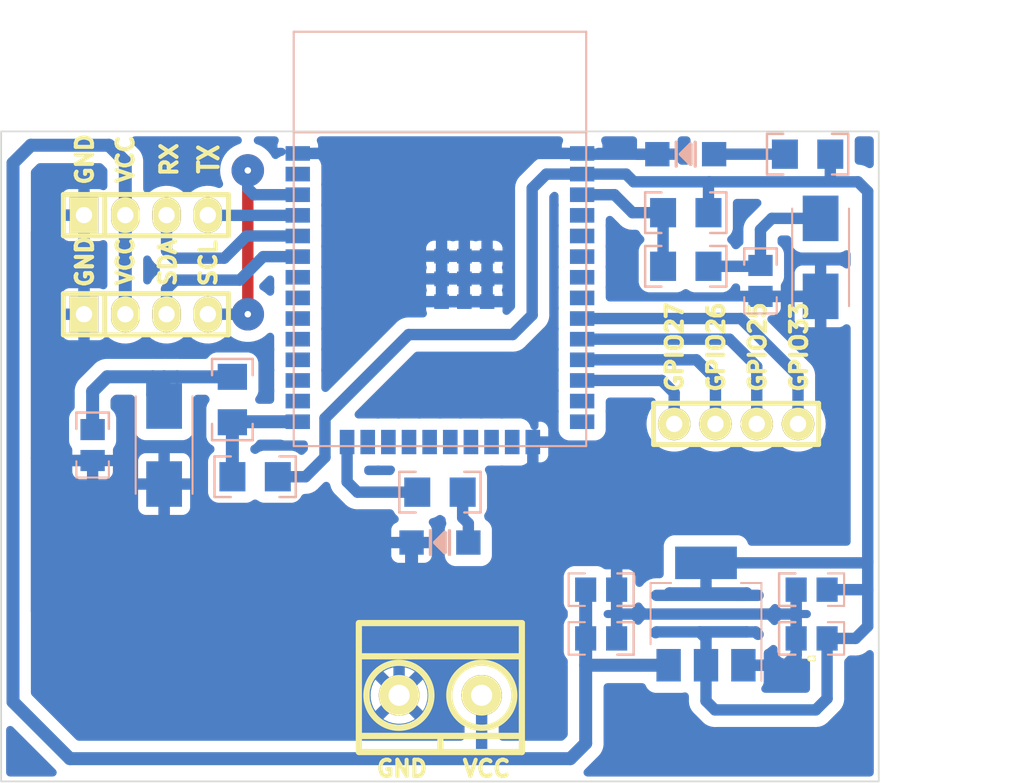
<source format=kicad_pcb>
(kicad_pcb (version 20221018) (generator pcbnew)
  (layers (0 "F.Cu" signal) (31 "B.Cu" signal) (34 "B.Paste" user) (35 "F.Paste" user) (36 "B.SilkS" user "B.Silkscreen") (37 "F.SilkS" user "F.Silkscreen") (38 "B.Mask" user) (39 "F.Mask" user) (44 "Edge.Cuts" user))
  (net 0 "")
  (net 1 "GND")
  (net 2 "Net-(BOOT1-Pad2)")
  (net 3 "+5V")
  (net 4 "+3V3")
  (net 5 "Net-(C6-Pad2)")
  (net 6 "/RXD0")
  (net 7 "/TXD0")
  (net 8 "/SCL")
  (net 9 "/SDA")
  (net 11 "/MOSI")
  (net 14 "/IO13")
  (net 15 "/IO12")
  (net 16 "/IO27")
  (net 17 "/IO26")
  (net 18 "/IO25")
  (net 19 "/IO33")
  (net 20 "Net-(LED1-A)")
  (net 21 "Net-(LED2-A)")
  (net 22 "/IO0")
  (net 23 "/IO2")
  (net 24 "/EN")
  (net 41 "/IO14")
  (footprint "EESTN5:pin_strip_4" (layer "F.Cu") (at 113.78 86.35)
    (fp_text reference "J2" hide)
    (fp_text value "Salidas_I2C(5V)" hide)
    (fp_line (start -5.08 -1.27) (end 5.08 -1.27) (stroke (width 0.3048)) (layer "F.SilkS"))
    (fp_line (start -5.08 1.27) (end -5.08 -1.27) (stroke (width 0.3048)) (layer "F.SilkS"))
    (fp_line (start -2.54 -1.27) (end -2.54 1.27) (stroke (width 0.3048)) (layer "F.SilkS"))
    (fp_line (start 5.08 -1.27) (end 5.08 1.27) (stroke (width 0.3048)) (layer "F.SilkS"))
    (fp_line (start 5.08 1.27) (end -5.08 1.27) (stroke (width 0.3048)) (layer "F.SilkS"))
    (pad "1" thru_hole rect (at -3.81 0) (size 1.75 2.2) (drill 1.00076) (layers "*.Cu" "*.Mask" "F.SilkS") (net 1 "GND"))
    (pad "2" thru_hole oval (at -1.27 0) (size 1.75 2.2) (drill 1.00076) (layers "*.Cu" "*.Mask" "F.SilkS") (net 3 "+5V"))
    (pad "3" thru_hole oval (at 1.27 0) (size 1.75 2.2) (drill 1.00076) (layers "*.Cu" "*.Mask" "F.SilkS") (net 9 "/SDA"))
    (pad "4" thru_hole oval (at 3.81 0) (size 1.75 2.2) (drill 1.00076) (layers "*.Cu" "*.Mask" "F.SilkS") (net 8 "/SCL"))
  )
  (footprint "EESTN5:pin_strip_4" (layer "F.Cu") (at 150.1 93.1)
    (fp_text reference "J3" hide)
    (fp_text value "Salidas_GPIO" hide)
    (fp_line (start -5.08 -1.27) (end 5.08 -1.27) (stroke (width 0.3048)) (layer "F.SilkS"))
    (fp_line (start -5.08 1.27) (end -5.08 -1.27) (stroke (width 0.3048)) (layer "F.SilkS"))
    (fp_line (start 5.08 -1.27) (end 5.08 1.27) (stroke (width 0.3048)) (layer "F.SilkS"))
    (fp_line (start 5.08 1.27) (end -5.08 1.27) (stroke (width 0.3048)) (layer "F.SilkS"))
    (pad "1" thru_hole circle (at -3.81 0) (size 2 2) (drill oval 1.00076) (layers "*.Cu" "*.Mask" "F.SilkS") (net 16 "/IO27"))
    (pad "2" thru_hole oval (at -1.27 0) (size 2 2) (drill 1.00076) (layers "*.Cu" "*.Mask" "F.SilkS") (net 17 "/IO26"))
    (pad "3" thru_hole circle (at 1.27 0) (size 2 2) (drill 1.00076) (layers "*.Cu" "*.Mask" "F.SilkS") (net 18 "/IO25"))
    (pad "4" thru_hole circle (at 3.81 0) (size 2 2) (drill 1.00076) (layers "*.Cu" "*.Mask" "F.SilkS") (net 19 "/IO33"))
  )
  (footprint "EESTN5:BORNERA2_AZUL" (layer "F.Cu") (at 131.9 109.8)
    (fp_text reference "J4" hide)
    (fp_text value "Alimentacion" hide)
    (fp_line (start -5.0165 -4.445) (end -5.0165 3.4925) (stroke (width 0.381)) (layer "F.SilkS"))
    (fp_line (start -5 -2.4) (end 5 -2.4) (stroke (width 0.381)) (layer "F.SilkS"))
    (fp_line (start -5 2.5) (end 5 2.5) (stroke (width 0.381)) (layer "F.SilkS"))
    (fp_line (start -4.9835 3.4925) (end 5.0165 3.4925) (stroke (width 0.381)) (layer "F.SilkS"))
    (fp_line (start 0 2.54) (end 0 3.4845) (stroke (width 0.381)) (layer "F.SilkS"))
    (fp_line (start 5.0165 -4.445) (end -4.9835 -4.445) (stroke (width 0.381)) (layer "F.SilkS"))
    (fp_line (start 5.0165 3.4925) (end 5.0165 -4.445) (stroke (width 0.381)) (layer "F.SilkS"))
    (fp_circle (center -2.55 0) (end -0.55 0) (stroke (width 0.381)) (fill none) (layer "F.SilkS"))
    (fp_circle (center 2.55 0) (end 0.55 0) (stroke (width 0.381)) (fill none) (layer "F.SilkS"))
    (pad "1" thru_hole circle (at -2.54 0) (size 2.5 2.5) (drill 1.3) (layers "*.Cu" "*.Mask" "F.SilkS") (net 1 "GND"))
    (pad "2" thru_hole circle (at 2.54 0) (size 2.5 2.5) (drill 1.3) (layers "*.Cu" "*.Mask" "F.SilkS") (net 3 "+5V"))
  )
  (footprint "EESTN5:pin_strip_4" (layer "F.Cu") (at 113.78 80.25)
    (fp_text reference "J1" hide)
    (fp_text value "Programador" hide)
    (fp_line (start -5.08 -1.27) (end 5.08 -1.27) (stroke (width 0.3048)) (layer "F.SilkS"))
    (fp_line (start -5.08 1.27) (end -5.08 -1.27) (stroke (width 0.3048)) (layer "F.SilkS"))
    (fp_line (start -2.54 -1.27) (end -2.54 1.27) (stroke (width 0.3048)) (layer "F.SilkS"))
    (fp_line (start 5.08 -1.27) (end 5.08 1.27) (stroke (width 0.3048)) (layer "F.SilkS"))
    (fp_line (start 5.08 1.27) (end -5.08 1.27) (stroke (width 0.3048)) (layer "F.SilkS"))
    (pad "1" thru_hole rect (at -3.81 0) (size 1.75 2.2) (drill 1.00076) (layers "*.Cu" "*.Mask" "F.SilkS") (net 1 "GND"))
    (pad "2" thru_hole oval (at -1.27 0) (size 1.75 2.2) (drill 1.00076) (layers "*.Cu" "*.Mask" "F.SilkS") (net 3 "+5V"))
    (pad "3" thru_hole oval (at 1.27 0) (size 1.75 2.2) (drill 1.00076) (layers "*.Cu" "*.Mask" "F.SilkS") (net 6 "/RXD0"))
    (pad "4" thru_hole oval (at 3.81 0) (size 1.75 2.2) (drill 1.00076) (layers "*.Cu" "*.Mask" "F.SilkS") (net 7 "/TXD0"))
  )
  (footprint "EESTN5:R_1206" (layer "B.Cu") (at 147.003 80.1 180)
    (fp_text reference "R8" hide)
    (fp_text value "10K" hide)
    (fp_line (start -2.5 -1.25) (end -1.5 -1.25) (stroke (width 0.15)) (layer "B.SilkS"))
    (fp_line (start -2.5 1.25) (end -2.5 -1.25) (stroke (width 0.15)) (layer "B.SilkS"))
    (fp_line (start -1.5 1.25) (end -2.5 1.25) (stroke (width 0.15)) (layer "B.SilkS"))
    (fp_line (start 1.5 -1.25) (end 2.5 -1.25) (stroke (width 0.15)) (layer "B.SilkS"))
    (fp_line (start 1.5 1.25) (end 2.5 1.25) (stroke (width 0.15)) (layer "B.SilkS"))
    (fp_line (start 2.5 -1.25) (end 2.5 1.25) (stroke (width 0.15)) (layer "B.SilkS"))
    (pad "1" smd rect (at 1.397 0 180) (size 1.6002 1.8034) (layers "B.Cu" "B.Paste" "B.Mask") (net 24 "/EN"))
    (pad "2" smd rect (at -1.397 0 180) (size 1.6002 1.8034) (layers "B.Cu" "B.Paste" "B.Mask") (net 4 "+3V3"))
  )
  (footprint "EESTN5:C_0805" (layer "B.Cu") (at 154.7475 106.3)
    (fp_text reference "C3" (at 0 1.25) (layer "F.SilkS") (effects (font (size 0.29972 0.29972) (thickness 0.06096))))
    (fp_text value "10uF" hide)
    (fp_line (start -2 -1) (end -1 -1) (stroke (width 0.15)) (layer "B.SilkS"))
    (fp_line (start -2 1) (end -2 -1) (stroke (width 0.15)) (layer "B.SilkS"))
    (fp_line (start -1 1) (end -2 1) (stroke (width 0.15)) (layer "B.SilkS"))
    (fp_line (start 1 1) (end 2 1) (stroke (width 0.127)) (layer "B.SilkS"))
    (fp_line (start 2 -1) (end 1 -1) (stroke (width 0.127)) (layer "B.SilkS"))
    (fp_line (start 2 1) (end 2 -1) (stroke (width 0.127)) (layer "B.SilkS"))
    (pad "1" smd rect (at 0.9525 0) (size 1.30048 1.4986) (layers "B.Cu" "B.Paste" "B.Mask") (net 4 "+3V3"))
    (pad "2" smd rect (at -0.9525 0) (size 1.30048 1.4986) (layers "B.Cu" "B.Paste" "B.Mask") (net 1 "GND"))
  )
  (footprint "EESTN5:R_1206" (layer "B.Cu") (at 154.5 76.5 180)
    (fp_text reference "R5" hide)
    (fp_text value "1K" hide)
    (fp_line (start -2.5 -1.25) (end -1.5 -1.25) (stroke (width 0.15)) (layer "B.SilkS"))
    (fp_line (start -2.5 1.25) (end -2.5 -1.25) (stroke (width 0.15)) (layer "B.SilkS"))
    (fp_line (start -1.5 1.25) (end -2.5 1.25) (stroke (width 0.15)) (layer "B.SilkS"))
    (fp_line (start 1.5 -1.25) (end 2.5 -1.25) (stroke (width 0.15)) (layer "B.SilkS"))
    (fp_line (start 1.5 1.25) (end 2.5 1.25) (stroke (width 0.15)) (layer "B.SilkS"))
    (fp_line (start 2.5 -1.25) (end 2.5 1.25) (stroke (width 0.15)) (layer "B.SilkS"))
    (pad "1" smd rect (at 1.397 0 180) (size 1.6002 1.8034) (layers "B.Cu" "B.Paste" "B.Mask") (net 20 "Net-(LED1-A)"))
    (pad "2" smd rect (at -1.397 0 180) (size 1.6002 1.8034) (layers "B.Cu" "B.Paste" "B.Mask") (net 4 "+3V3"))
  )
  (footprint "footprints:ESP32-WROOM-32E" (layer "B.Cu") (at 131.875 84.71 180)
    (fp_text reference "U1" hide)
    (fp_text value "ESP32-WROOM-32E")
    (fp_line (start -9 -9.755) (end 9 -9.755) (stroke (width 0.127)) (layer "B.SilkS"))
    (fp_line (start -9 9.555) (end -9 -9.755) (stroke (width 0.127)) (layer "B.SilkS"))
    (fp_line (start -9 9.555) (end -9 15.745) (stroke (width 0.127)) (layer "B.SilkS"))
    (fp_line (start -9 15.745) (end 9 15.745) (stroke (width 0.127)) (layer "B.SilkS"))
    (fp_line (start 9 -9.755) (end 9 9.555) (stroke (width 0.127)) (layer "B.SilkS"))
    (fp_line (start 9 9.555) (end -9 9.555) (stroke (width 0.127)) (layer "B.SilkS"))
    (fp_line (start 9 15.745) (end 9 9.555) (stroke (width 0.127)) (layer "B.SilkS"))
    (pad "3V3" smd rect (at -8.75 6.985 180) (size 1.5 0.9) (layers "B.Cu" "B.Paste" "B.Mask") (net 4 "+3V3"))
    (pad "5" smd rect (at -8.75 4.445 180) (size 1.5 0.9) (layers "B.Cu" "B.Paste" "B.Mask"))
    (pad "8" smd rect (at -8.75 3.175 180) (size 1.5 0.9) (layers "B.Cu" "B.Paste" "B.Mask"))
    (pad "9" smd rect (at -8.75 5.715 180) (size 1.5 0.9) (layers "B.Cu" "B.Paste" "B.Mask") (net 24 "/EN"))
    (pad "10" smd rect (at -8.75 1.905 180) (size 1.5 0.9) (layers "B.Cu" "B.Paste" "B.Mask"))
    (pad "11" smd rect (at -8.75 0.635 180) (size 1.5 0.9) (layers "B.Cu" "B.Paste" "B.Mask"))
    (pad "12" smd rect (at -8.75 -0.635 180) (size 1.5 0.9) (layers "B.Cu" "B.Paste" "B.Mask"))
    (pad "13" smd rect (at -8.75 -1.905 180) (size 1.5 0.9) (layers "B.Cu" "B.Paste" "B.Mask") (net 19 "/IO33"))
    (pad "14" smd rect (at -8.75 -3.175 180) (size 1.5 0.9) (layers "B.Cu" "B.Paste" "B.Mask") (net 18 "/IO25"))
    (pad "15" smd rect (at -8.75 -4.445 180) (size 1.5 0.9) (layers "B.Cu" "B.Paste" "B.Mask") (net 17 "/IO26"))
    (pad "16" smd rect (at -8.75 -5.715 180) (size 1.5 0.9) (layers "B.Cu" "B.Paste" "B.Mask") (net 16 "/IO27"))
    (pad "17" smd rect (at -8.75 -6.985 180) (size 1.5 0.9) (layers "B.Cu" "B.Paste" "B.Mask") (net 41 "/IO14"))
    (pad "18" smd rect (at -8.75 -8.255 180) (size 1.5 0.9) (layers "B.Cu" "B.Paste" "B.Mask") (net 15 "/IO12"))
    (pad "20" smd rect (at -4.445 -9.505 90) (size 1.5 0.9) (layers "B.Cu" "B.Paste" "B.Mask") (net 14 "/IO13"))
    (pad "21" smd rect (at 4.445 -9.505 90) (size 1.5 0.9) (layers "B.Cu" "B.Paste" "B.Mask"))
    (pad "22" smd rect (at 5.715 -9.505 90) (size 1.5 0.9) (layers "B.Cu" "B.Paste" "B.Mask") (net 23 "/IO2"))
    (pad "23" smd rect (at 8.75 -8.255) (size 1.5 0.9) (layers "B.Cu" "B.Paste" "B.Mask") (net 22 "/IO0"))
    (pad "24" smd rect (at 8.75 -6.985) (size 1.5 0.9) (layers "B.Cu" "B.Paste" "B.Mask"))
    (pad "25" smd rect (at 8.75 -5.715) (size 1.5 0.9) (layers "B.Cu" "B.Paste" "B.Mask"))
    (pad "27" smd rect (at 8.75 -4.445) (size 1.5 0.9) (layers "B.Cu" "B.Paste" "B.Mask"))
    (pad "28" smd rect (at -3.175 -9.505 90) (size 1.5 0.9) (layers "B.Cu" "B.Paste" "B.Mask"))
    (pad "29" smd rect (at -1.905 -9.505 90) (size 1.5 0.9) (layers "B.Cu" "B.Paste" "B.Mask"))
    (pad "30" smd rect (at -0.635 -9.505 90) (size 1.5 0.9) (layers "B.Cu" "B.Paste" "B.Mask"))
    (pad "31" smd rect (at 0.635 -9.505 90) (size 1.5 0.9) (layers "B.Cu" "B.Paste" "B.Mask"))
    (pad "32" smd rect (at 1.905 -9.505 90) (size 1.5 0.9) (layers "B.Cu" "B.Paste" "B.Mask"))
    (pad "33" smd rect (at 3.175 -9.505 90) (size 1.5 0.9) (layers "B.Cu" "B.Paste" "B.Mask"))
    (pad "34" smd rect (at 8.75 -3.175) (size 1.5 0.9) (layers "B.Cu" "B.Paste" "B.Mask"))
    (pad "35" smd rect (at 8.75 -1.905) (size 1.5 0.9) (layers "B.Cu" "B.Paste" "B.Mask"))
    (pad "36" smd rect (at 8.75 6.985) (size 1.5 0.9) (layers "B.Cu" "B.Paste" "B.Mask") (net 11 "/MOSI"))
    (pad "38" smd rect (at 8.75 -0.635) (size 1.5 0.9) (layers "B.Cu" "B.Paste" "B.Mask"))
    (pad "39" smd rect (at 8.75 5.715) (size 1.5 0.9) (layers "B.Cu" "B.Paste" "B.Mask") (net 8 "/SCL"))
    (pad "40" smd rect (at 8.75 3.175) (size 1.5 0.9) (layers "B.Cu" "B.Paste" "B.Mask") (net 6 "/RXD0"))
    (pad "41" smd rect (at 8.75 4.445) (size 1.5 0.9) (layers "B.Cu" "B.Paste" "B.Mask") (net 7 "/TXD0"))
    (pad "42" smd rect (at 8.75 1.905) (size 1.5 0.9) (layers "B.Cu" "B.Paste" "B.Mask") (net 9 "/SDA"))
    (pad "GND" smd rect (at -8.75 8.255 180) (size 1.5 0.9) (layers "B.Cu" "B.Paste" "B.Mask") (net 1 "GND"))
    (pad "GND" smd rect (at -5.715 -9.505 90) (size 1.5 0.9) (layers "B.Cu" "B.Paste" "B.Mask") (net 1 "GND"))
    (pad "GND" smd rect (at -2.9 -0.865 180) (size 0.9 0.9) (layers "B.Cu" "B.Paste" "B.Mask") (net 1 "GND"))
    (pad "GND" smd rect (at -2.9 0.535 180) (size 0.9 0.9) (layers "B.Cu" "B.Paste" "B.Mask") (net 1 "GND"))
    (pad "GND" smd rect (at -2.9 1.935 180) (size 0.9 0.9) (layers "B.Cu" "B.Paste" "B.Mask") (net 1 "GND"))
    (pad "GND" smd rect (at -1.5 -0.865 180) (size 0.9 0.9) (layers "B.Cu" "B.Paste" "B.Mask") (net 1 "GND"))
    (pad "GND" smd rect (at -1.5 0.535 180) (size 0.9 0.9) (layers "B.Cu" "B.Paste" "B.Mask") (net 1 "GND"))
    (pad "GND" smd rect (at -1.5 1.935 180) (size 0.9 0.9) (layers "B.Cu" "B.Paste" "B.Mask") (net 1 "GND"))
    (pad "GND" smd rect (at -0.1 -0.865 180) (size 0.9 0.9) (layers "B.Cu" "B.Paste" "B.Mask") (net 1 "GND"))
    (pad "GND" smd rect (at -0.1 0.535 180) (size 0.9 0.9) (layers "B.Cu" "B.Paste" "B.Mask") (net 1 "GND"))
    (pad "GND" smd rect (at -0.1 1.935 180) (size 0.9 0.9) (layers "B.Cu" "B.Paste" "B.Mask") (net 1 "GND"))
    (pad "GND" smd rect (at 8.75 8.255) (size 1.5 0.9) (layers "B.Cu" "B.Paste" "B.Mask") (net 1 "GND"))
    (pad "NC" smd rect (at 8.75 0.635) (size 1.5 0.9) (layers "B.Cu" "B.Paste" "B.Mask"))
    (zone (net 0) (net_name "") (layer "B.Cu") (connect_pads (clearance 0)) (min_thickness 0.01)
      (keepout (tracks not_allowed) (vias not_allowed) (pads not_allowed) (copperpour not_allowed) (footprints allowed))
      (fill (thermal_gap 0.508) (thermal_bridge_width 0.508))
      (polygon (pts (xy 140.875 68.965) (xy 122.875 68.965) (xy 122.875 75.155) (xy 140.875 75.155)))
    )
  )
  (footprint "EESTN5:LED_1206" (layer "B.Cu") (at 147 76.5 180)
    (fp_text reference "LED1" hide)
    (fp_text value "POW" hide)
    (fp_line (start -0.5842 0.7366) (end -0.5842 -0.7366) (stroke (width 0.2032)) (layer "B.SilkS"))
    (fp_line (start -0.29972 -0.59944) (end 0.29972 0) (stroke (width 0.254)) (layer "B.SilkS"))
    (fp_line (start -0.29972 0.59944) (end -0.29972 -0.59944) (stroke (width 0.254)) (layer "B.SilkS"))
    (fp_line (start -0.09906 -0.29972) (end -0.09906 0.29972) (stroke (width 0.254)) (layer "B.SilkS"))
    (fp_line (start 0 0.20066) (end 0 -0.09906) (stroke (width 0.254)) (layer "B.SilkS"))
    (fp_line (start 0.29972 0) (end -0.29972 0.59944) (stroke (width 0.254)) (layer "B.SilkS"))
    (fp_line (start 0.5842 -0.7366) (end 0.5842 0.7366) (stroke (width 0.2032)) (layer "B.SilkS"))
    (pad "1" smd rect (at -1.74752 0 180) (size 1.4986 1.4986) (layers "B.Cu" "B.Paste" "B.Mask") (net 20 "Net-(LED1-A)"))
    (pad "2" smd rect (at 1.74752 0 180) (size 1.4986 1.4986) (layers "B.Cu" "B.Paste" "B.Mask") (net 1 "GND"))
  )
  (footprint "footprints:Button" (layer "B.Cu") (at 155.3 82.85 90)
    (fp_text reference "EN1" hide)
    (fp_text value "SW_Push")
    (fp_line (start -3 1.75) (end 3 1.75) (stroke (width 0.127)) (layer "B.SilkS"))
    (fp_line (start 3 -1.75) (end -3 -1.75) (stroke (width 0.127)) (layer "B.SilkS"))
    (pad "1" smd rect (at -2.4 0 90) (size 2.8 2.2) (layers "B.Cu" "B.Paste" "B.Mask") (net 1 "GND"))
    (pad "2" smd rect (at 2.4 0 90) (size 2.8 2.2) (layers "B.Cu" "B.Paste" "B.Mask") (net 5 "Net-(C6-Pad2)"))
  )
  (footprint "EESTN5:R_1206" (layer "B.Cu") (at 120.5 96.35 180)
    (fp_text reference "R3" hide)
    (fp_text value "1OK" hide)
    (fp_line (start -2.5 -1.25) (end -1.5 -1.25) (stroke (width 0.15)) (layer "B.SilkS"))
    (fp_line (start -2.5 1.25) (end -2.5 -1.25) (stroke (width 0.15)) (layer "B.SilkS"))
    (fp_line (start -1.5 1.25) (end -2.5 1.25) (stroke (width 0.15)) (layer "B.SilkS"))
    (fp_line (start 1.5 -1.25) (end 2.5 -1.25) (stroke (width 0.15)) (layer "B.SilkS"))
    (fp_line (start 1.5 1.25) (end 2.5 1.25) (stroke (width 0.15)) (layer "B.SilkS"))
    (fp_line (start 2.5 -1.25) (end 2.5 1.25) (stroke (width 0.15)) (layer "B.SilkS"))
    (pad "1" smd rect (at 1.397 0 180) (size 1.6002 1.8034) (layers "B.Cu" "B.Paste" "B.Mask") (net 22 "/IO0"))
    (pad "2" smd rect (at -1.397 0 180) (size 1.6002 1.8034) (layers "B.Cu" "B.Paste" "B.Mask") (net 4 "+3V3"))
  )
  (footprint "EESTN5:C_0805" (layer "B.Cu") (at 141.795 106.3 180)
    (fp_text reference "C2" hide)
    (fp_text value "100nF" hide)
    (fp_line (start -2 -1) (end -1 -1) (stroke (width 0.15)) (layer "B.SilkS"))
    (fp_line (start -2 1) (end -2 -1) (stroke (width 0.15)) (layer "B.SilkS"))
    (fp_line (start -1 1) (end -2 1) (stroke (width 0.15)) (layer "B.SilkS"))
    (fp_line (start 1 1) (end 2 1) (stroke (width 0.127)) (layer "B.SilkS"))
    (fp_line (start 2 -1) (end 1 -1) (stroke (width 0.127)) (layer "B.SilkS"))
    (fp_line (start 2 1) (end 2 -1) (stroke (width 0.127)) (layer "B.SilkS"))
    (pad "1" smd rect (at 0.9525 0 180) (size 1.30048 1.4986) (layers "B.Cu" "B.Paste" "B.Mask") (net 3 "+5V"))
    (pad "2" smd rect (at -0.9525 0 180) (size 1.30048 1.4986) (layers "B.Cu" "B.Paste" "B.Mask") (net 1 "GND"))
  )
  (footprint "EESTN5:R_1206" (layer "B.Cu") (at 119.1 91.6 90)
    (fp_text reference "R1" hide)
    (fp_text value "470" hide)
    (fp_line (start -2.5 -1.25) (end -1.5 -1.25) (stroke (width 0.15)) (layer "B.SilkS"))
    (fp_line (start -2.5 1.25) (end -2.5 -1.25) (stroke (width 0.15)) (layer "B.SilkS"))
    (fp_line (start -1.5 1.25) (end -2.5 1.25) (stroke (width 0.15)) (layer "B.SilkS"))
    (fp_line (start 1.5 -1.25) (end 2.5 -1.25) (stroke (width 0.15)) (layer "B.SilkS"))
    (fp_line (start 1.5 1.25) (end 2.5 1.25) (stroke (width 0.15)) (layer "B.SilkS"))
    (fp_line (start 2.5 -1.25) (end 2.5 1.25) (stroke (width 0.15)) (layer "B.SilkS"))
    (pad "1" smd rect (at 1.397 0 90) (size 1.6002 1.8034) (layers "B.Cu" "B.Paste" "B.Mask") (net 2 "Net-(BOOT1-Pad2)"))
    (pad "2" smd rect (at -1.397 0 90) (size 1.6002 1.8034) (layers "B.Cu" "B.Paste" "B.Mask") (net 22 "/IO0"))
  )
  (footprint "EESTN5:LED_1206" (layer "B.Cu") (at 131.875 100.4 180)
    (fp_text reference "LED2" hide)
    (fp_text value "D2" hide)
    (fp_line (start -0.5842 0.7366) (end -0.5842 -0.7366) (stroke (width 0.2032)) (layer "B.SilkS"))
    (fp_line (start -0.29972 -0.59944) (end 0.29972 0) (stroke (width 0.254)) (layer "B.SilkS"))
    (fp_line (start -0.29972 0.59944) (end -0.29972 -0.59944) (stroke (width 0.254)) (layer "B.SilkS"))
    (fp_line (start -0.09906 -0.29972) (end -0.09906 0.29972) (stroke (width 0.254)) (layer "B.SilkS"))
    (fp_line (start 0 0.20066) (end 0 -0.09906) (stroke (width 0.254)) (layer "B.SilkS"))
    (fp_line (start 0.29972 0) (end -0.29972 0.59944) (stroke (width 0.254)) (layer "B.SilkS"))
    (fp_line (start 0.5842 -0.7366) (end 0.5842 0.7366) (stroke (width 0.2032)) (layer "B.SilkS"))
    (pad "1" smd rect (at -1.74752 0 180) (size 1.4986 1.4986) (layers "B.Cu" "B.Paste" "B.Mask") (net 21 "Net-(LED2-A)"))
    (pad "2" smd rect (at 1.74752 0 180) (size 1.4986 1.4986) (layers "B.Cu" "B.Paste" "B.Mask") (net 1 "GND"))
  )
  (footprint "EESTN5:C_0805" (layer "B.Cu") (at 141.795 103.3 180)
    (fp_text reference "C1" hide)
    (fp_text value "10uF" hide)
    (fp_line (start -2 -1) (end -1 -1) (stroke (width 0.15)) (layer "B.SilkS"))
    (fp_line (start -2 1) (end -2 -1) (stroke (width 0.15)) (layer "B.SilkS"))
    (fp_line (start -1 1) (end -2 1) (stroke (width 0.15)) (layer "B.SilkS"))
    (fp_line (start 1 1) (end 2 1) (stroke (width 0.127)) (layer "B.SilkS"))
    (fp_line (start 2 -1) (end 1 -1) (stroke (width 0.127)) (layer "B.SilkS"))
    (fp_line (start 2 1) (end 2 -1) (stroke (width 0.127)) (layer "B.SilkS"))
    (pad "1" smd rect (at 0.9525 0 180) (size 1.30048 1.4986) (layers "B.Cu" "B.Paste" "B.Mask") (net 3 "+5V"))
    (pad "2" smd rect (at -0.9525 0 180) (size 1.30048 1.4986) (layers "B.Cu" "B.Paste" "B.Mask") (net 1 "GND"))
  )
  (footprint "EESTN5:C_0805" (layer "B.Cu") (at 110.5 94.4 -90)
    (fp_text reference "C5" hide)
    (fp_text value "1n" hide)
    (fp_line (start -2 -1) (end -1 -1) (stroke (width 0.15)) (layer "B.SilkS"))
    (fp_line (start -2 1) (end -2 -1) (stroke (width 0.15)) (layer "B.SilkS"))
    (fp_line (start -1 1) (end -2 1) (stroke (width 0.15)) (layer "B.SilkS"))
    (fp_line (start 1 1) (end 2 1) (stroke (width 0.127)) (layer "B.SilkS"))
    (fp_line (start 2 -1) (end 1 -1) (stroke (width 0.127)) (layer "B.SilkS"))
    (fp_line (start 2 1) (end 2 -1) (stroke (width 0.127)) (layer "B.SilkS"))
    (pad "1" smd rect (at 0.9525 0 270) (size 1.30048 1.4986) (layers "B.Cu" "B.Paste" "B.Mask") (net 1 "GND"))
    (pad "2" smd rect (at -0.9525 0 270) (size 1.30048 1.4986) (layers "B.Cu" "B.Paste" "B.Mask") (net 2 "Net-(BOOT1-Pad2)"))
  )
  (footprint "EESTN5:C_0805" (layer "B.Cu") (at 154.7475 103.3)
    (fp_text reference "C4" hide)
    (fp_text value "100nF" hide)
    (fp_line (start -2 -1) (end -1 -1) (stroke (width 0.15)) (layer "B.SilkS"))
    (fp_line (start -2 1) (end -2 -1) (stroke (width 0.15)) (layer "B.SilkS"))
    (fp_line (start -1 1) (end -2 1) (stroke (width 0.15)) (layer "B.SilkS"))
    (fp_line (start 1 1) (end 2 1) (stroke (width 0.127)) (layer "B.SilkS"))
    (fp_line (start 2 -1) (end 1 -1) (stroke (width 0.127)) (layer "B.SilkS"))
    (fp_line (start 2 1) (end 2 -1) (stroke (width 0.127)) (layer "B.SilkS"))
    (pad "1" smd rect (at 0.9525 0) (size 1.30048 1.4986) (layers "B.Cu" "B.Paste" "B.Mask") (net 4 "+3V3"))
    (pad "2" smd rect (at -0.9525 0) (size 1.30048 1.4986) (layers "B.Cu" "B.Paste" "B.Mask") (net 1 "GND"))
  )
  (footprint "EESTN5:C_0805" (layer "B.Cu") (at 151.6 84.3 -90)
    (fp_text reference "C6" hide)
    (fp_text value "1n" hide)
    (fp_line (start -2 -1) (end -1 -1) (stroke (width 0.15)) (layer "B.SilkS"))
    (fp_line (start -2 1) (end -2 -1) (stroke (width 0.15)) (layer "B.SilkS"))
    (fp_line (start -1 1) (end -2 1) (stroke (width 0.15)) (layer "B.SilkS"))
    (fp_line (start 1 1) (end 2 1) (stroke (width 0.127)) (layer "B.SilkS"))
    (fp_line (start 2 -1) (end 1 -1) (stroke (width 0.127)) (layer "B.SilkS"))
    (fp_line (start 2 1) (end 2 -1) (stroke (width 0.127)) (layer "B.SilkS"))
    (pad "1" smd rect (at 0.9525 0 270) (size 1.30048 1.4986) (layers "B.Cu" "B.Paste" "B.Mask") (net 1 "GND"))
    (pad "2" smd rect (at -0.9525 0 270) (size 1.30048 1.4986) (layers "B.Cu" "B.Paste" "B.Mask") (net 5 "Net-(C6-Pad2)"))
  )
  (footprint "footprints:Button" (layer "B.Cu") (at 114.9 94.4 90)
    (fp_text reference "BOOT1" hide)
    (fp_text value "SW_Push")
    (fp_line (start -3 1.75) (end 3 1.75) (stroke (width 0.127)) (layer "B.SilkS"))
    (fp_line (start 3 -1.75) (end -3 -1.75) (stroke (width 0.127)) (layer "B.SilkS"))
    (pad "1" smd rect (at -2.4 0 90) (size 2.8 2.2) (layers "B.Cu" "B.Paste" "B.Mask") (net 1 "GND"))
    (pad "2" smd rect (at 2.4 0 90) (size 2.8 2.2) (layers "B.Cu" "B.Paste" "B.Mask") (net 2 "Net-(BOOT1-Pad2)"))
  )
  (footprint "EESTN5:R_1206" (layer "B.Cu") (at 131.875 97.3)
    (fp_text reference "R6" hide)
    (fp_text value "1K" hide)
    (fp_line (start -2.5 -1.25) (end -1.5 -1.25) (stroke (width 0.15)) (layer "B.SilkS"))
    (fp_line (start -2.5 1.25) (end -2.5 -1.25) (stroke (width 0.15)) (layer "B.SilkS"))
    (fp_line (start -1.5 1.25) (end -2.5 1.25) (stroke (width 0.15)) (layer "B.SilkS"))
    (fp_line (start 1.5 -1.25) (end 2.5 -1.25) (stroke (width 0.15)) (layer "B.SilkS"))
    (fp_line (start 1.5 1.25) (end 2.5 1.25) (stroke (width 0.15)) (layer "B.SilkS"))
    (fp_line (start 2.5 -1.25) (end 2.5 1.25) (stroke (width 0.15)) (layer "B.SilkS"))
    (pad "1" smd rect (at 1.397 0) (size 1.6002 1.8034) (layers "B.Cu" "B.Paste" "B.Mask") (net 21 "Net-(LED2-A)"))
    (pad "2" smd rect (at -1.397 0) (size 1.6002 1.8034) (layers "B.Cu" "B.Paste" "B.Mask") (net 23 "/IO2"))
  )
  (footprint "EESTN5:R_1206" (layer "B.Cu") (at 147.003 83.4)
    (fp_text reference "R7" hide)
    (fp_text value "470" hide)
    (fp_line (start -2.5 -1.25) (end -1.5 -1.25) (stroke (width 0.15)) (layer "B.SilkS"))
    (fp_line (start -2.5 1.25) (end -2.5 -1.25) (stroke (width 0.15)) (layer "B.SilkS"))
    (fp_line (start -1.5 1.25) (end -2.5 1.25) (stroke (width 0.15)) (layer "B.SilkS"))
    (fp_line (start 1.5 -1.25) (end 2.5 -1.25) (stroke (width 0.15)) (layer "B.SilkS"))
    (fp_line (start 1.5 1.25) (end 2.5 1.25) (stroke (width 0.15)) (layer "B.SilkS"))
    (fp_line (start 2.5 -1.25) (end 2.5 1.25) (stroke (width 0.15)) (layer "B.SilkS"))
    (pad "1" smd rect (at 1.397 0) (size 1.6002 1.8034) (layers "B.Cu" "B.Paste" "B.Mask") (net 5 "Net-(C6-Pad2)"))
    (pad "2" smd rect (at -1.397 0) (size 1.6002 1.8034) (layers "B.Cu" "B.Paste" "B.Mask") (net 24 "/EN"))
  )
  (footprint "footprints:SOT-223-3_TabPin2" (layer "B.Cu") (at 148.2475 104.8 90)
    (fp_text reference "U2" hide)
    (fp_text value "AMS1117-3.3")
    (fp_line (start -4.1 3.41) (end 1.91 3.41) (stroke (width 0.12)) (layer "B.SilkS"))
    (fp_line (start -1.85 -3.41) (end 1.91 -3.41) (stroke (width 0.12)) (layer "B.SilkS"))
    (fp_line (start 1.91 -3.41) (end 1.91 -2.15) (stroke (width 0.12)) (layer "B.SilkS"))
    (fp_line (start 1.91 3.41) (end 1.91 2.15) (stroke (width 0.12)) (layer "B.SilkS"))
    (pad "1" smd rect (at -3.15 2.3 90) (size 2 1.5) (layers "B.Cu" "B.Paste" "B.Mask") (net 1 "GND"))
    (pad "2" smd rect (at -3.15 0 90) (size 2 1.5) (layers "B.Cu" "B.Paste" "B.Mask") (net 4 "+3V3"))
    (pad "2" smd rect (at 3.15 0 90) (size 2 3.8) (layers "B.Cu" "B.Paste" "B.Mask") (net 4 "+3V3"))
    (pad "3" smd rect (at -3.15 -2.3 90) (size 2 1.5) (layers "B.Cu" "B.Paste" "B.Mask") (net 3 "+5V"))
  )
  (gr_line (start 104.875 75.1) (end 158.875 75.1) (stroke (width 0.1)) (layer "Edge.Cuts"))
  (gr_line (start 158.875 115.1) (end 104.875 115.1) (stroke (width 0.1)) (layer "Edge.Cuts"))
  (gr_line (start 158.875 115.1) (end 158.875 75.1) (stroke (width 0.1)) (layer "Edge.Cuts"))
  (gr_line (start 104.875 115.1) (end 104.875 75.1) (stroke (width 0.1)) (layer "Edge.Cuts"))
  (gr_text "RX" (at 115.8 77.975 90) (layer "F.SilkS") (effects (font (size 1 1) (thickness 0.25) bold) (justify left bottom)))
  (gr_text "GPIO25" (at 152 91.25 90) (layer "F.SilkS") (effects (font (size 1 1) (thickness 0.25) bold) (justify left bottom)))
  (gr_text "VCC" (at 133.15 114.9) (layer "F.SilkS") (effects (font (size 1 1) (thickness 0.25) bold) (justify left bottom)))
  (gr_text "SDA\n" (at 115.7 84.75 90) (layer "F.SilkS") (effects (font (size 1 1) (thickness 0.25) bold) (justify left bottom)))
  (gr_text "GND" (at 110.6 84.8 90) (layer "F.SilkS") (effects (font (size 1 1) (thickness 0.25) bold) (justify left bottom)))
  (gr_text "VCC" (at 113.1 78.4 90) (layer "F.SilkS") (effects (font (size 1 1) (thickness 0.25) bold) (justify left bottom)))
  (gr_text "GPIO33" (at 154.55 91.25 90) (layer "F.SilkS") (effects (font (size 1 1) (thickness 0.25) bold) (justify left bottom)))
  (gr_text "GPIO27" (at 146.9 91.25 90) (layer "F.SilkS") (effects (font (size 1 1) (thickness 0.25) bold) (justify left bottom)))
  (gr_text "GND" (at 127.85 114.9) (layer "F.SilkS") (effects (font (size 1 1) (thickness 0.25) bold) (justify left bottom)))
  (gr_text "GND" (at 110.6 78.5 90) (layer "F.SilkS") (effects (font (size 1 1) (thickness 0.25) bold) (justify left bottom)))
  (gr_text "SCL" (at 118.2 84.75 90) (layer "F.SilkS") (effects (font (size 1 1) (thickness 0.25) bold) (justify left bottom)))
  (gr_text "TX" (at 118.35 77.825 90) (layer "F.SilkS") (effects (font (size 1.2 1) (thickness 0.25) bold) (justify left bottom)))
  (gr_text "VCC" (at 113.1 84.7 90) (layer "F.SilkS") (effects (font (size 1 1) (thickness 0.25) bold) (justify left bottom)))
  (gr_text "GPIO26" (at 149.45 91.25 90) (layer "F.SilkS") (effects (font (size 1 1) (thickness 0.25) bold) (justify left bottom)))
  (gr_text "GND" (at 110.6 84.8 90) (layer "F.SilkS") (effects (font (size 1 1) (thickness 0.25) bold) (justify left bottom)))
  (segment (start 131.975 82.775) (end 131.975 85.575) (width 0.7) (layer "B.Cu") (net 1))
  (segment (start 154.4 98) (end 156.4 96) (width 0.7) (layer "B.Cu") (net 1))
  (segment (start 142.7475 104.8) (end 153.795 104.8) (width 0.7) (layer "B.Cu") (net 1))
  (segment (start 142.7475 103.3) (end 142.7475 98.0475) (width 0.7) (layer "B.Cu") (net 1))
  (segment (start 155.3 88.6) (end 155.3 85.25) (width 0.7) (layer "B.Cu") (net 1))
  (segment (start 133.375 82.775) (end 133.375 76.53) (width 0.7) (layer "B.Cu") (net 1))
  (segment (start 129.4 106.16) (end 130.15 106.16) (width 0.7) (layer "B.Cu") (net 1))
  (segment (start 156.4 89.7) (end 155.3 88.6) (width 0.7) (layer "B.Cu") (net 1))
  (segment (start 150.6 108.0025) (end 150.5475 107.95) (width 0.7) (layer "B.Cu") (net 1))
  (segment (start 107.2025 95.3525) (end 107.05 95.2) (width 0.7) (layer "B.Cu") (net 1))
  (segment (start 132.8 106.16) (end 133.55 106.16) (width 0.7) (layer "B.Cu") (net 1))
  (segment (start 129.36 106.2) (end 129.4 106.16) (width 0.7) (layer "B.Cu") (net 1))
  (segment (start 110.5 95.3525) (end 107.2025 95.3525) (width 0.7) (layer "B.Cu") (net 1))
  (segment (start 142.7 98) (end 154.4 98) (width 0.7) (layer "B.Cu") (net 1))
  (segment (start 107.05 81.3) (end 108.1 80.25) (width 0.7) (layer "B.Cu") (net 1))
  (segment (start 145.25248 76.5) (end 140.67 76.5) (width 0.7) (layer "B.Cu") (net 1))
  (segment (start 140.67 76.5) (end 140.625 76.455) (width 0.7) (layer "B.Cu") (net 1))
  (segment (start 133.3 76.455) (end 132.8 76.455) (width 0.7) (layer "B.Cu") (net 1))
  (segment (start 131.975 84.175) (end 134.775 84.175) (width 0.7) (layer "B.Cu") (net 1))
  (segment (start 155.2975 85.2525) (end 155.3 85.25) (width 0.7) (layer "B.Cu") (net 1))
  (segment (start 138.9 103.85) (end 136.59 106.16) (width 0.7) (layer "B.Cu") (net 1))
  (segment (start 130.12748 100.4) (end 130.12748 106.13748) (width 0.8) (layer "B.Cu") (net 1))
  (segment (start 153.795 104.8) (end 153.795 103.3) (width 0.7) (layer "B.Cu") (net 1))
  (segment (start 114.95 106.16) (end 108.61 106.16) (width 0.7) (layer "B.Cu") (net 1))
  (segment (start 131.86 106.16) (end 132.8 106.16) (width 0.7) (layer "B.Cu") (net 1))
  (segment (start 107.05 95.2) (end 107.05 81.3) (width 0.7) (layer "B.Cu") (net 1))
  (segment (start 133.375 82.775) (end 133.375 84.175) (width 0.7) (layer "B.Cu") (net 1))
  (segment (start 134.775 82.775) (end 133.375 82.775) (width 0.7) (layer "B.Cu") (net 1))
  (segment (start 108.1 80.25) (end 109.97 80.25) (width 0.7) (layer "B.Cu") (net 1))
  (segment (start 114.9 96.8) (end 114.9 106.11) (width 0.7) (layer "B.Cu") (net 1))
  (segment (start 107.05 104.6) (end 107.05 95.2) (width 0.7) (layer "B.Cu") (net 1))
  (segment (start 133.375 76.53) (end 133.3 76.455) (width 0.7) (layer "B.Cu") (net 1))
  (segment (start 156.4 96) (end 156.4 89.7) (width 0.7) (layer "B.Cu") (net 1))
  (segment (start 142.8 106.2475) (end 142.7475 106.3) (width 0.7) (layer "B.Cu") (net 1))
  (segment (start 150.5475 107.95) (end 153.15 107.95) (width 0.7) (layer "B.Cu") (net 1))
  (segment (start 134.775 85.575) (end 134.775 82.775) (width 0.7) (layer "B.Cu") (net 1))
  (segment (start 114.9 106.11) (end 114.95 106.16) (width 0.7) (layer "B.Cu") (net 1))
  (segment (start 151.6 85.2525) (end 155.2975 85.2525) (width 0.7) (layer "B.Cu") (net 1))
  (segment (start 131.975 85.575) (end 134.775 85.575) (width 0.7) (layer "B.Cu") (net 1))
  (segment (start 142.7475 104.8) (end 142.7475 106.3) (width 0.7) (layer "B.Cu") (net 1))
  (segment (start 109.97 80.25) (end 109.97 86.35) (width 0.7) (layer "B.Cu") (net 1))
  (segment (start 153.15 107.95) (end 153.795 107.305) (width 0.7) (layer "B.Cu") (net 1))
  (segment (start 132.8 76.455) (end 123.125 76.455) (width 0.7) (layer "B.Cu") (net 1))
  (segment (start 140.625 76.455) (end 133.3 76.455) (width 0.7) (layer "B.Cu") (net 1))
  (segment (start 138.9 98) (end 138.9 103.85) (width 0.7) (layer "B.Cu") (net 1))
  (segment (start 153.795 107.305) (end 153.795 106.3) (width 0.7) (layer "B.Cu") (net 1))
  (segment (start 142.7475 103.3) (end 142.7475 104.8) (width 0.7) (layer "B.Cu") (net 1))
  (segment (start 130.12748 106.13748) (end 130.15 106.16) (width 0.8) (layer "B.Cu") (net 1))
  (segment (start 114.95 106.16) (end 129.4 106.16) (width 0.7) (layer "B.Cu") (net 1))
  (segment (start 142.7475 98.0475) (end 142.7 98) (width 0.7) (layer "B.Cu") (net 1))
  (segment (start 133.375 82.775) (end 131.975 82.775) (width 0.7) (layer "B.Cu") (net 1))
  (segment (start 138.9 98) (end 142.7 98) (width 0.7) (layer "B.Cu") (net 1))
  (segment (start 153.795 106.3) (end 153.795 104.8) (width 0.7) (layer "B.Cu") (net 1))
  (segment (start 137.59 94.215) (end 137.59 96.69) (width 0.7) (layer "B.Cu") (net 1))
  (segment (start 129.36 109.8) (end 129.36 106.2) (width 0.7) (layer "B.Cu") (net 1))
  (segment (start 108.61 106.16) (end 107.05 104.6) (width 0.7) (layer "B.Cu") (net 1))
  (segment (start 133.375 84.175) (end 133.375 85.575) (width 0.7) (layer "B.Cu") (net 1))
  (segment (start 130.15 106.16) (end 133.55 106.16) (width 0.7) (layer "B.Cu") (net 1))
  (segment (start 136.59 106.16) (end 133.55 106.16) (width 0.7) (layer "B.Cu") (net 1))
  (segment (start 137.59 96.69) (end 138.9 98) (width 0.7) (layer "B.Cu") (net 1))
  (segment (start 115.7 90.2) (end 115.703 90.203) (width 0.8) (layer "B.Cu") (net 2))
  (segment (start 110.5 91.1) (end 110.5 93.4475) (width 0.8) (layer "B.Cu") (net 2))
  (segment (start 114.9 92) (end 114.9 90.2) (width 0.8) (layer "B.Cu") (net 2))
  (segment (start 115.7 90.2) (end 114.9 90.2) (width 0.8) (layer "B.Cu") (net 2))
  (segment (start 114.2 90.2) (end 111.4 90.2) (width 0.8) (layer "B.Cu") (net 2))
  (segment (start 114.2 90.2) (end 114.2 91.3) (width 0.8) (layer "B.Cu") (net 2))
  (segment (start 114.2 91.3) (end 114.9 92) (width 0.8) (layer "B.Cu") (net 2))
  (segment (start 111.4 90.2) (end 110.5 91.1) (width 0.8) (layer "B.Cu") (net 2))
  (segment (start 114.9 90.2) (end 114.2 90.2) (width 0.8) (layer "B.Cu") (net 2))
  (segment (start 115.703 90.203) (end 119.1 90.203) (width 0.8) (layer "B.Cu") (net 2))
  (segment (start 140.8425 106.3) (end 140.8425 103.3) (width 0.8) (layer "B.Cu") (net 3))
  (segment (start 105.6 110.2) (end 109.1 113.7) (width 0.8) (layer "B.Cu") (net 3))
  (segment (start 112.51 76.96) (end 111.5 75.95) (width 0.8) (layer "B.Cu") (net 3))
  (segment (start 140.8425 106.3) (end 140.8425 112.7575) (width 0.8) (layer "B.Cu") (net 3))
  (segment (start 140.8425 112.7575) (end 139.9 113.7) (width 0.8) (layer "B.Cu") (net 3))
  (segment (start 109.1 113.7) (end 129.55 113.7) (width 0.8) (layer "B.Cu") (net 3))
  (segment (start 140.8425 107.95) (end 145.9475 107.95) (width 0.8) (layer "B.Cu") (net 3))
  (segment (start 134.44 113.64) (end 134.44 109.8) (width 0.7) (layer "B.Cu") (net 3))
  (segment (start 134.5 113.7) (end 134.44 113.64) (width 0.7) (layer "B.Cu") (net 3))
  (segment (start 106.7 75.95) (end 105.6 77.05) (width 0.8) (layer "B.Cu") (net 3))
  (segment (start 112.51 80.25) (end 112.51 86.35) (width 0.8) (layer "B.Cu") (net 3))
  (segment (start 105.6 77.05) (end 105.6 110.2) (width 0.8) (layer "B.Cu") (net 3))
  (segment (start 111.5 75.95) (end 106.7 75.95) (width 0.8) (layer "B.Cu") (net 3))
  (segment (start 130.9 113.7) (end 134.5 113.7) (width 0.8) (layer "B.Cu") (net 3))
  (segment (start 112.51 80.25) (end 112.51 76.96) (width 0.8) (layer "B.Cu") (net 3))
  (segment (start 134.5 113.7) (end 139.9 113.7) (width 0.8) (layer "B.Cu") (net 3))
  (segment (start 129.55 113.7) (end 130.9 113.7) (width 0.8) (layer "B.Cu") (net 3))
  (segment (start 148.4 78.25) (end 148.45 78.2) (width 0.7) (layer "B.Cu") (net 4))
  (segment (start 155.7 110) (end 155.7 106.3) (width 0.7) (layer "B.Cu") (net 4))
  (segment (start 150.75 105.9) (end 145.2 105.9) (width 0.7) (layer "B.Cu") (net 4))
  (segment (start 148.2475 110.1475) (end 148.8 110.7) (width 0.7) (layer "B.Cu") (net 4))
  (segment (start 157.6 78.2) (end 158.2 78.8) (width 0.7) (layer "B.Cu") (net 4))
  (segment (start 143.8 78.2) (end 148.45 78.2) (width 0.7) (layer "B.Cu") (net 4))
  (segment (start 148.4 80.1) (end 148.4 78.25) (width 0.7) (layer "B.Cu") (net 4))
  (segment (start 155 110.7) (end 155.7 110) (width 0.7) (layer "B.Cu") (net 4))
  (segment (start 147.85 105.9) (end 150.75 105.9) (width 0.7) (layer "B.Cu") (net 4))
  (segment (start 143.325 77.725) (end 143.8 78.2) (width 0.7) (layer "B.Cu") (net 4))
  (segment (start 138.425 77.725) (end 140.625 77.725) (width 0.7) (layer "B.Cu") (net 4))
  (segment (start 158.2 101.6) (end 158.2 103.3) (width 0.7) (layer "B.Cu") (net 4))
  (segment (start 146 103.5) (end 148.1 103.5) (width 0.7) (layer "B.Cu") (net 4))
  (segment (start 124.8 92.75) (end 129.95 87.6) (width 0.7) (layer "B.Cu") (net 4))
  (segment (start 140.625 77.725) (end 143.325 77.725) (width 0.7) (layer "B.Cu") (net 4))
  (segment (start 150.15 103.65) (end 150.6 103.65) (width 0.7) (layer "B.Cu") (net 4))
  (segment (start 148.2475 106.2975) (end 147.85 105.9) (width 0.7) (layer "B.Cu") (net 4))
  (segment (start 158.2 78.8) (end 158.2 101.6) (width 0.7) (layer "B.Cu") (net 4))
  (segment (start 148.2475 107.95) (end 148.2475 110.1475) (width 0.7) (layer "B.Cu") (net 4))
  (segment (start 148.8 110.7) (end 155 110.7) (width 0.7) (layer "B.Cu") (net 4))
  (segment (start 148.2475 101.65) (end 158.15 101.65) (width 0.7) (layer "B.Cu") (net 4))
  (segment (start 146 103.5) (end 145.85 103.65) (width 0.7) (layer "B.Cu") (net 4))
  (segment (start 129.95 87.6) (end 136.35 87.6) (width 0.7) (layer "B.Cu") (net 4))
  (segment (start 150.75 105.9) (end 151.3 105.9) (width 0.7) (layer "B.Cu") (net 4))
  (segment (start 157.45 106.3) (end 155.7 106.3) (width 0.7) (layer "B.Cu") (net 4))
  (segment (start 121.897 96.35) (end 123.6 96.35) (width 0.7) (layer "B.Cu") (net 4))
  (segment (start 148.1 103.5) (end 148.2475 103.3525) (width 0.7) (layer "B.Cu") (net 4))
  (segment (start 155.9 78.2) (end 157.6 78.2) (width 0.7) (layer "B.Cu") (net 4))
  (segment (start 158.2 105.55) (end 157.45 106.3) (width 0.7) (layer "B.Cu") (net 4))
  (segment (start 123.6 96.35) (end 124.8 95.15) (width 0.7) (layer "B.Cu") (net 4))
  (segment (start 124.8 95.15) (end 124.8 92.75) (width 0.7) (layer "B.Cu") (net 4))
  (segment (start 148.2475 101.65) (end 148.2475 103.3525) (width 0.7) (layer "B.Cu") (net 4))
  (segment (start 150.6 103.65) (end 150.75 103.5) (width 0.7) (layer "B.Cu") (net 4))
  (segment (start 145.2 105.9) (end 145.15 105.95) (width 0.7) (layer "B.Cu") (net 4))
  (segment (start 155.897 78.197) (end 155.9 78.2) (width 0.7) (layer "B.Cu") (net 4))
  (segment (start 148.2475 107.95) (end 148.2475 106.2975) (width 0.7) (layer "B.Cu") (net 4))
  (segment (start 158.2 103.3) (end 158.2 105.55) (width 0.7) (layer "B.Cu") (net 4))
  (segment (start 137.55 78.6) (end 138.425 77.725) (width 0.7) (layer "B.Cu") (net 4))
  (segment (start 155.7 103.3) (end 158.2 103.3) (width 0.7) (layer "B.Cu") (net 4))
  (segment (start 158.15 101.65) (end 158.2 101.6) (width 0.7) (layer "B.Cu") (net 4))
  (segment (start 151.3 105.9) (end 151.45 106.05) (width 0.7) (layer "B.Cu") (net 4))
  (segment (start 155.897 76.5) (end 155.897 78.197) (width 0.7) (layer "B.Cu") (net 4))
  (segment (start 145.85 103.65) (end 150.15 103.65) (width 0.7) (layer "B.Cu") (net 4))
  (segment (start 148.45 78.2) (end 155.9 78.2) (width 0.7) (layer "B.Cu") (net 4))
  (segment (start 137.55 86.4) (end 137.55 78.6) (width 0.7) (layer "B.Cu") (net 4))
  (segment (start 150.15 103.65) (end 151.45 103.65) (width 0.7) (layer "B.Cu") (net 4))
  (segment (start 145.85 103.65) (end 145.2 103.65) (width 0.7) (layer "B.Cu") (net 4))
  (segment (start 148.1 103.5) (end 150.75 103.5) (width 0.7) (layer "B.Cu") (net 4))
  (segment (start 136.35 87.6) (end 137.55 86.4) (width 0.7) (layer "B.Cu") (net 4))
  (segment (start 151.5475 83.4) (end 151.6 83.3475) (width 0.7) (layer "B.Cu") (net 5))
  (segment (start 151.6 81.15) (end 151.6 83.3475) (width 0.7) (layer "B.Cu") (net 5))
  (segment (start 148.4 83.4) (end 151.5475 83.4) (width 0.7) (layer "B.Cu") (net 5))
  (segment (start 152.3 80.45) (end 151.6 81.15) (width 0.7) (layer "B.Cu") (net 5))
  (segment (start 155.3 80.45) (end 152.3 80.45) (width 0.7) (layer "B.Cu") (net 5))
  (segment (start 123.125 81.535) (end 119.965 81.535) (width 0.7) (layer "B.Cu") (net 6))
  (segment (start 119.965 81.535) (end 118.6 82.9) (width 0.7) (layer "B.Cu") (net 6))
  (segment (start 115.5 82.9) (end 115.05 82.45) (width 0.7) (layer "B.Cu") (net 6))
  (segment (start 115.05 82.45) (end 115.05 80.25) (width 0.7) (layer "B.Cu") (net 6))
  (segment (start 118.6 82.9) (end 115.5 82.9) (width 0.7) (layer "B.Cu") (net 6))
  (segment (start 123.125 80.265) (end 117.605 80.265) (width 0.7) (layer "B.Cu") (net 7))
  (segment (start 117.605 80.265) (end 117.59 80.25) (width 0.7) (layer "B.Cu") (net 7))
  (segment (start 120.05 77.5) (end 120.05 86.35) (width 0.7) (layer "F.Cu") (net 8))
  (via (at 120.05 77.5) (size 2) (drill 0.4) (layers "F.Cu" "B.Cu") (net 8))
  (via (at 120.05 86.35) (size 2) (drill 0.4) (layers "F.Cu" "B.Cu") (net 8))
  (segment (start 120.45 79) (end 120.455 78.995) (width 0.7) (layer "B.Cu") (net 8))
  (segment (start 120.05 77.5) (end 120.05 78.6) (width 0.7) (layer "B.Cu") (net 8))
  (segment (start 120.455 78.995) (end 123.125 78.995) (width 0.7) (layer "B.Cu") (net 8))
  (segment (start 120.05 78.6) (end 120.45 79) (width 0.7) (layer "B.Cu") (net 8))
  (segment (start 120.05 86.35) (end 117.59 86.35) (width 0.7) (layer "B.Cu") (net 8))
  (segment (start 115.05 86.35) (end 115.05 84.8) (width 0.7) (layer "B.Cu") (net 9))
  (segment (start 115.6 84.25) (end 119.55 84.25) (width 0.7) (layer "B.Cu") (net 9))
  (segment (start 120.995 82.805) (end 123.125 82.805) (width 0.7) (layer "B.Cu") (net 9))
  (segment (start 119.55 84.25) (end 120.995 82.805) (width 0.7) (layer "B.Cu") (net 9))
  (segment (start 115.05 84.8) (end 115.6 84.25) (width 0.7) (layer "B.Cu") (net 9))
  (segment (start 146.29 91.19) (end 146.29 93.1) (width 0.7) (layer "B.Cu") (net 16))
  (segment (start 140.625 90.425) (end 145.525 90.425) (width 0.7) (layer "B.Cu") (net 16))
  (segment (start 145.525 90.425) (end 146.29 91.19) (width 0.7) (layer "B.Cu") (net 16))
  (segment (start 147.655 89.155) (end 148.83 90.33) (width 0.7) (layer "B.Cu") (net 17))
  (segment (start 140.625 89.155) (end 147.655 89.155) (width 0.7) (layer "B.Cu") (net 17))
  (segment (start 148.83 90.33) (end 148.83 93.1) (width 0.7) (layer "B.Cu") (net 17))
  (segment (start 151.37 93.1) (end 151.37 89.57) (width 0.7) (layer "B.Cu") (net 18))
  (segment (start 149.685 87.885) (end 140.625 87.885) (width 0.7) (layer "B.Cu") (net 18))
  (segment (start 151.37 89.57) (end 149.685 87.885) (width 0.7) (layer "B.Cu") (net 18))
  (segment (start 153.91 93.1) (end 153.91 90.130101) (width 0.7) (layer "B.Cu") (net 19))
  (segment (start 150.394899 86.615) (end 140.625 86.615) (width 0.7) (layer "B.Cu") (net 19))
  (segment (start 153.91 90.130101) (end 150.394899 86.615) (width 0.7) (layer "B.Cu") (net 19))
  (segment (start 153.103 76.5) (end 148.74752 76.5) (width 0.7) (layer "B.Cu") (net 20))
  (segment (start 133.272 98.872) (end 133.272 97.3) (width 0.7) (layer "B.Cu") (net 21))
  (segment (start 133.62252 99.22252) (end 133.272 98.872) (width 0.7) (layer "B.Cu") (net 21))
  (segment (start 133.62252 100.4) (end 133.62252 99.22252) (width 0.7) (layer "B.Cu") (net 21))
  (segment (start 119.132 92.965) (end 119.1 92.997) (width 0.8) (layer "B.Cu") (net 22))
  (segment (start 123.125 92.965) (end 119.132 92.965) (width 0.8) (layer "B.Cu") (net 22))
  (segment (start 119.1 96.347) (end 119.103 96.35) (width 0.8) (layer "B.Cu") (net 22))
  (segment (start 119.1 92.997) (end 119.1 96.347) (width 0.8) (layer "B.Cu") (net 22))
  (segment (start 126.16 96.66) (end 126.8 97.3) (width 0.7) (layer "B.Cu") (net 23))
  (segment (start 126.16 94.215) (end 126.16 96.66) (width 0.7) (layer "B.Cu") (net 23))
  (segment (start 126.8 97.3) (end 130.478 97.3) (width 0.7) (layer "B.Cu") (net 23))
  (segment (start 145.606 80.1) (end 145.606 83.4) (width 0.7) (layer "B.Cu") (net 24))
  (segment (start 140.625 78.995) (end 142.615101 78.995) (width 0.7) (layer "B.Cu") (net 24))
  (segment (start 142.615101 78.995) (end 143.720101 80.1) (width 0.7) (layer "B.Cu") (net 24))
  (segment (start 143.720101 80.1) (end 145.606 80.1) (width 0.7) (layer "B.Cu") (net 24))
  (zone (net 1) (net_name "GND") (layer "B.Cu") (connect_pads (clearance 0.5)) (min_thickness 0.5) (fill yes (thermal_gap 0.5) (thermal_bridge_width 0.7) (island_removal_mode 1) (island_area_min 10))
    (polygon (pts (xy 158.85 75.1) (xy 158.85 115.1) (xy 104.9 115.1) (xy 104.9 75.1)))
  )
)
</source>
